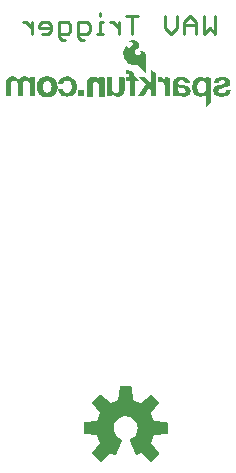
<source format=gbr>
G04 EAGLE Gerber RS-274X export*
G75*
%MOMM*%
%FSLAX34Y34*%
%LPD*%
%INSilkscreen Bottom*%
%IPPOS*%
%AMOC8*
5,1,8,0,0,1.08239X$1,22.5*%
G01*
%ADD10C,0.279400*%
%ADD11C,0.025400*%
%ADD12R,0.495300X0.485100*%

G36*
X339133Y4706D02*
X339133Y4706D01*
X339241Y4716D01*
X339254Y4722D01*
X339268Y4724D01*
X339365Y4772D01*
X339464Y4817D01*
X339477Y4828D01*
X339486Y4832D01*
X339501Y4848D01*
X339578Y4910D01*
X345610Y10942D01*
X345660Y11013D01*
X345665Y11018D01*
X345667Y11021D01*
X345673Y11030D01*
X345739Y11116D01*
X345744Y11129D01*
X345752Y11141D01*
X345783Y11244D01*
X345819Y11347D01*
X345819Y11361D01*
X345823Y11374D01*
X345819Y11482D01*
X345820Y11591D01*
X345815Y11604D01*
X345815Y11618D01*
X345777Y11720D01*
X345742Y11822D01*
X345733Y11837D01*
X345729Y11846D01*
X345715Y11863D01*
X345661Y11945D01*
X338807Y20351D01*
X339845Y22237D01*
X339853Y22259D01*
X339881Y22311D01*
X340898Y24767D01*
X340904Y24790D01*
X340926Y24845D01*
X341525Y26913D01*
X352315Y28010D01*
X352419Y28038D01*
X352525Y28063D01*
X352537Y28070D01*
X352550Y28073D01*
X352640Y28134D01*
X352733Y28191D01*
X352741Y28202D01*
X352753Y28210D01*
X352819Y28296D01*
X352888Y28380D01*
X352892Y28393D01*
X352901Y28404D01*
X352935Y28507D01*
X352974Y28608D01*
X352975Y28626D01*
X352979Y28635D01*
X352979Y28657D01*
X352988Y28755D01*
X352988Y37285D01*
X352971Y37392D01*
X352957Y37500D01*
X352951Y37512D01*
X352949Y37526D01*
X352897Y37622D01*
X352850Y37719D01*
X352840Y37729D01*
X352834Y37741D01*
X352754Y37815D01*
X352678Y37892D01*
X352666Y37898D01*
X352656Y37908D01*
X352557Y37953D01*
X352460Y38001D01*
X352442Y38005D01*
X352433Y38009D01*
X352412Y38011D01*
X352315Y38030D01*
X341525Y39127D01*
X340926Y41195D01*
X340915Y41216D01*
X340898Y41273D01*
X339881Y43729D01*
X339868Y43749D01*
X339845Y43803D01*
X338807Y45689D01*
X345661Y54095D01*
X345715Y54189D01*
X345772Y54281D01*
X345775Y54294D01*
X345782Y54306D01*
X345803Y54413D01*
X345828Y54518D01*
X345826Y54532D01*
X345829Y54546D01*
X345814Y54653D01*
X345804Y54761D01*
X345798Y54774D01*
X345796Y54788D01*
X345748Y54885D01*
X345703Y54984D01*
X345692Y54997D01*
X345688Y55006D01*
X345672Y55021D01*
X345610Y55098D01*
X339578Y61130D01*
X339490Y61193D01*
X339404Y61259D01*
X339391Y61264D01*
X339379Y61272D01*
X339276Y61303D01*
X339173Y61339D01*
X339159Y61339D01*
X339146Y61343D01*
X339038Y61339D01*
X338929Y61340D01*
X338916Y61335D01*
X338902Y61335D01*
X338800Y61297D01*
X338698Y61262D01*
X338683Y61253D01*
X338674Y61249D01*
X338657Y61235D01*
X338575Y61181D01*
X330169Y54327D01*
X328283Y55365D01*
X328261Y55373D01*
X328209Y55401D01*
X325753Y56418D01*
X325730Y56424D01*
X325675Y56446D01*
X323607Y57045D01*
X322510Y67835D01*
X322482Y67939D01*
X322457Y68045D01*
X322450Y68057D01*
X322447Y68070D01*
X322386Y68160D01*
X322329Y68253D01*
X322318Y68261D01*
X322310Y68273D01*
X322224Y68339D01*
X322140Y68408D01*
X322127Y68412D01*
X322116Y68421D01*
X322013Y68455D01*
X321912Y68494D01*
X321894Y68495D01*
X321885Y68499D01*
X321863Y68499D01*
X321765Y68508D01*
X313235Y68508D01*
X313128Y68491D01*
X313020Y68477D01*
X313008Y68471D01*
X312994Y68469D01*
X312898Y68417D01*
X312801Y68370D01*
X312791Y68360D01*
X312779Y68354D01*
X312705Y68274D01*
X312628Y68198D01*
X312622Y68186D01*
X312612Y68176D01*
X312567Y68077D01*
X312519Y67980D01*
X312515Y67962D01*
X312511Y67953D01*
X312509Y67932D01*
X312490Y67835D01*
X311393Y57045D01*
X309325Y56446D01*
X309304Y56435D01*
X309247Y56418D01*
X306791Y55401D01*
X306771Y55388D01*
X306717Y55365D01*
X304831Y54327D01*
X296425Y61181D01*
X296331Y61235D01*
X296239Y61292D01*
X296226Y61295D01*
X296214Y61302D01*
X296107Y61323D01*
X296002Y61348D01*
X295988Y61346D01*
X295974Y61349D01*
X295867Y61334D01*
X295759Y61324D01*
X295746Y61318D01*
X295733Y61316D01*
X295635Y61268D01*
X295536Y61223D01*
X295523Y61212D01*
X295514Y61208D01*
X295499Y61192D01*
X295422Y61130D01*
X289390Y55098D01*
X289327Y55010D01*
X289261Y54924D01*
X289256Y54911D01*
X289248Y54899D01*
X289217Y54796D01*
X289181Y54693D01*
X289181Y54679D01*
X289177Y54666D01*
X289181Y54558D01*
X289180Y54449D01*
X289185Y54436D01*
X289185Y54422D01*
X289223Y54320D01*
X289258Y54218D01*
X289267Y54203D01*
X289271Y54194D01*
X289285Y54177D01*
X289339Y54095D01*
X296193Y45689D01*
X295155Y43803D01*
X295147Y43781D01*
X295119Y43729D01*
X294102Y41273D01*
X294096Y41250D01*
X294074Y41195D01*
X293475Y39127D01*
X282685Y38030D01*
X282581Y38002D01*
X282475Y37977D01*
X282463Y37970D01*
X282450Y37967D01*
X282360Y37906D01*
X282267Y37849D01*
X282259Y37838D01*
X282247Y37830D01*
X282181Y37744D01*
X282113Y37660D01*
X282108Y37647D01*
X282099Y37636D01*
X282065Y37533D01*
X282026Y37432D01*
X282025Y37414D01*
X282021Y37405D01*
X282022Y37383D01*
X282012Y37285D01*
X282012Y28755D01*
X282029Y28648D01*
X282043Y28540D01*
X282049Y28528D01*
X282051Y28514D01*
X282103Y28418D01*
X282150Y28321D01*
X282160Y28311D01*
X282166Y28299D01*
X282246Y28225D01*
X282322Y28148D01*
X282334Y28142D01*
X282345Y28132D01*
X282443Y28087D01*
X282540Y28039D01*
X282558Y28035D01*
X282567Y28031D01*
X282588Y28029D01*
X282685Y28010D01*
X293475Y26913D01*
X294074Y24845D01*
X294085Y24824D01*
X294102Y24767D01*
X295119Y22311D01*
X295132Y22291D01*
X295155Y22237D01*
X296193Y20351D01*
X289339Y11945D01*
X289285Y11851D01*
X289228Y11759D01*
X289225Y11746D01*
X289218Y11734D01*
X289197Y11627D01*
X289172Y11522D01*
X289174Y11508D01*
X289171Y11494D01*
X289186Y11387D01*
X289196Y11279D01*
X289202Y11266D01*
X289204Y11253D01*
X289252Y11155D01*
X289297Y11056D01*
X289308Y11043D01*
X289312Y11034D01*
X289328Y11019D01*
X289390Y10942D01*
X295422Y4910D01*
X295510Y4847D01*
X295596Y4781D01*
X295609Y4776D01*
X295621Y4768D01*
X295724Y4737D01*
X295827Y4701D01*
X295841Y4701D01*
X295854Y4697D01*
X295962Y4701D01*
X296071Y4700D01*
X296084Y4705D01*
X296098Y4705D01*
X296200Y4743D01*
X296302Y4778D01*
X296317Y4787D01*
X296326Y4791D01*
X296343Y4805D01*
X296425Y4859D01*
X304825Y11708D01*
X306112Y10976D01*
X306131Y10969D01*
X306167Y10948D01*
X307976Y10109D01*
X308014Y10099D01*
X308050Y10080D01*
X308131Y10066D01*
X308211Y10044D01*
X308251Y10046D01*
X308290Y10040D01*
X308372Y10053D01*
X308455Y10058D01*
X308492Y10073D01*
X308531Y10079D01*
X308604Y10118D01*
X308681Y10149D01*
X308711Y10175D01*
X308747Y10194D01*
X308803Y10254D01*
X308866Y10308D01*
X308886Y10343D01*
X308914Y10372D01*
X308983Y10502D01*
X314006Y22628D01*
X314031Y22737D01*
X314060Y22844D01*
X314059Y22855D01*
X314062Y22866D01*
X314051Y22976D01*
X314043Y23088D01*
X314039Y23098D01*
X314038Y23109D01*
X313992Y23210D01*
X313949Y23313D01*
X313942Y23321D01*
X313937Y23331D01*
X313861Y23412D01*
X313788Y23496D01*
X313776Y23503D01*
X313770Y23509D01*
X313753Y23518D01*
X313664Y23577D01*
X311914Y24504D01*
X310422Y25696D01*
X309179Y27147D01*
X308229Y28804D01*
X307604Y30609D01*
X307328Y32499D01*
X307410Y34407D01*
X307846Y36267D01*
X308622Y38012D01*
X309711Y39582D01*
X311073Y40921D01*
X312661Y41982D01*
X314419Y42728D01*
X316286Y43133D01*
X318195Y43181D01*
X320080Y42873D01*
X321875Y42218D01*
X323515Y41239D01*
X324944Y39972D01*
X326111Y38460D01*
X326975Y36757D01*
X327506Y34922D01*
X327686Y33016D01*
X327542Y31314D01*
X327115Y29656D01*
X326415Y28093D01*
X326076Y27585D01*
X325575Y26836D01*
X325575Y26835D01*
X325464Y26669D01*
X324288Y25425D01*
X322920Y24396D01*
X321342Y23581D01*
X321250Y23512D01*
X321157Y23445D01*
X321152Y23439D01*
X321146Y23435D01*
X321081Y23340D01*
X321014Y23247D01*
X321012Y23240D01*
X321008Y23234D01*
X320977Y23123D01*
X320943Y23014D01*
X320943Y23006D01*
X320942Y22999D01*
X320947Y22885D01*
X320951Y22770D01*
X320954Y22761D01*
X320954Y22756D01*
X320960Y22741D01*
X320994Y22628D01*
X326017Y10502D01*
X326038Y10468D01*
X326051Y10431D01*
X326102Y10365D01*
X326146Y10295D01*
X326177Y10270D01*
X326201Y10238D01*
X326270Y10193D01*
X326334Y10140D01*
X326372Y10126D01*
X326405Y10104D01*
X326485Y10083D01*
X326563Y10054D01*
X326603Y10053D01*
X326641Y10043D01*
X326724Y10049D01*
X326806Y10046D01*
X326845Y10058D01*
X326885Y10061D01*
X327024Y10109D01*
X328833Y10948D01*
X328849Y10959D01*
X328888Y10976D01*
X330175Y11708D01*
X338575Y4859D01*
X338669Y4805D01*
X338761Y4748D01*
X338774Y4745D01*
X338786Y4738D01*
X338893Y4717D01*
X338998Y4692D01*
X339012Y4694D01*
X339026Y4691D01*
X339133Y4706D01*
G37*
G36*
X334334Y333547D02*
X334334Y333547D01*
X334376Y333562D01*
X334378Y333567D01*
X334382Y333569D01*
X334411Y333642D01*
X334415Y333653D01*
X334415Y333654D01*
X334415Y348818D01*
X334413Y348823D01*
X334415Y348829D01*
X334345Y349660D01*
X334339Y349671D01*
X334340Y349686D01*
X334100Y350485D01*
X334092Y350495D01*
X334090Y350509D01*
X333689Y351241D01*
X333679Y351249D01*
X333674Y351262D01*
X333204Y351812D01*
X333193Y351817D01*
X333186Y351829D01*
X332616Y352274D01*
X332604Y352277D01*
X332594Y352287D01*
X331946Y352608D01*
X331934Y352609D01*
X331922Y352617D01*
X331223Y352801D01*
X331212Y352800D01*
X331201Y352805D01*
X330261Y352878D01*
X330252Y352875D01*
X330241Y352878D01*
X329301Y352805D01*
X329297Y352803D01*
X329291Y352804D01*
X328808Y352728D01*
X328769Y352703D01*
X328729Y352682D01*
X328728Y352678D01*
X328725Y352676D01*
X328715Y352631D01*
X328703Y352587D01*
X328705Y352583D01*
X328704Y352579D01*
X328729Y352541D01*
X328753Y352502D01*
X328757Y352501D01*
X328759Y352498D01*
X328800Y352489D01*
X328840Y352477D01*
X328998Y352493D01*
X329136Y352465D01*
X329269Y352394D01*
X330093Y351795D01*
X330211Y351681D01*
X330283Y351543D01*
X330376Y351128D01*
X330376Y350700D01*
X330283Y350284D01*
X330077Y349880D01*
X329764Y349552D01*
X329158Y349187D01*
X328480Y348980D01*
X327769Y348945D01*
X327159Y349042D01*
X326573Y349240D01*
X326030Y349533D01*
X325605Y349898D01*
X325290Y350358D01*
X325104Y350883D01*
X325061Y351439D01*
X325163Y351987D01*
X325403Y352490D01*
X325773Y352925D01*
X325971Y353135D01*
X326566Y353766D01*
X327161Y354397D01*
X327226Y354466D01*
X327229Y354476D01*
X327238Y354482D01*
X328425Y356240D01*
X328427Y356253D01*
X328437Y356263D01*
X328717Y356951D01*
X328716Y356966D01*
X328725Y356981D01*
X328824Y357716D01*
X328820Y357731D01*
X328825Y357748D01*
X328738Y358485D01*
X328730Y358498D01*
X328730Y358516D01*
X328463Y359208D01*
X328452Y359219D01*
X328448Y359236D01*
X328017Y359839D01*
X328007Y359846D01*
X328001Y359858D01*
X327305Y360516D01*
X327297Y360519D01*
X327292Y360527D01*
X326515Y361087D01*
X326505Y361090D01*
X326497Y361098D01*
X325717Y361486D01*
X325705Y361487D01*
X325694Y361495D01*
X324854Y361726D01*
X324842Y361725D01*
X324830Y361731D01*
X323962Y361797D01*
X323952Y361793D01*
X323940Y361797D01*
X323040Y361711D01*
X323031Y361707D01*
X323021Y361708D01*
X322143Y361488D01*
X322135Y361482D01*
X322123Y361481D01*
X321895Y361380D01*
X321539Y361228D01*
X321538Y361228D01*
X321034Y361007D01*
X321024Y360996D01*
X321007Y360991D01*
X320572Y360653D01*
X320569Y360646D01*
X320561Y360642D01*
X320536Y360617D01*
X320533Y360616D01*
X320498Y360524D01*
X320539Y360435D01*
X320624Y360402D01*
X321227Y360402D01*
X321738Y360345D01*
X322228Y360206D01*
X322709Y359951D01*
X323104Y359581D01*
X323390Y359121D01*
X323547Y358602D01*
X323559Y358299D01*
X323500Y357999D01*
X323294Y357505D01*
X323011Y357047D01*
X322660Y356637D01*
X322248Y356283D01*
X321346Y355632D01*
X320858Y355383D01*
X320329Y355285D01*
X319790Y355343D01*
X319616Y355408D01*
X319255Y355657D01*
X318981Y355996D01*
X318937Y356099D01*
X318921Y356219D01*
X318921Y357099D01*
X318904Y357140D01*
X318890Y357182D01*
X318885Y357185D01*
X318883Y357190D01*
X318842Y357206D01*
X318802Y357225D01*
X318796Y357223D01*
X318791Y357225D01*
X318764Y357213D01*
X318715Y357197D01*
X317589Y356276D01*
X317583Y356264D01*
X317571Y356257D01*
X316664Y355120D01*
X316661Y355109D01*
X316652Y355101D01*
X316150Y354167D01*
X316149Y354157D01*
X316143Y354149D01*
X315785Y353152D01*
X315785Y353142D01*
X315780Y353133D01*
X315573Y352094D01*
X315575Y352084D01*
X315574Y352082D01*
X315575Y352082D01*
X315571Y352073D01*
X315511Y350145D01*
X315515Y350134D01*
X315512Y350122D01*
X315800Y348215D01*
X315806Y348205D01*
X315806Y348193D01*
X316434Y346369D01*
X316441Y346360D01*
X316443Y346348D01*
X317390Y344667D01*
X317398Y344661D01*
X317401Y344650D01*
X318286Y343543D01*
X318293Y343540D01*
X318295Y343534D01*
X318296Y343534D01*
X318298Y343530D01*
X319329Y342558D01*
X319337Y342555D01*
X319343Y342547D01*
X320500Y341730D01*
X320510Y341728D01*
X320518Y341720D01*
X321748Y341120D01*
X321759Y341119D01*
X321769Y341111D01*
X323088Y340743D01*
X323099Y340745D01*
X323110Y340739D01*
X324474Y340615D01*
X324479Y340617D01*
X324485Y340615D01*
X326760Y340615D01*
X327128Y340550D01*
X327479Y340423D01*
X328469Y339834D01*
X329323Y339052D01*
X334195Y333570D01*
X334199Y333568D01*
X334201Y333563D01*
X334243Y333547D01*
X334284Y333528D01*
X334288Y333530D01*
X334293Y333528D01*
X334334Y333547D01*
G37*
G36*
X385701Y304853D02*
X385701Y304853D01*
X385703Y304852D01*
X385724Y304861D01*
X385784Y304884D01*
X389924Y308618D01*
X389926Y308624D01*
X389932Y308627D01*
X389956Y308687D01*
X389965Y308708D01*
X389964Y308710D01*
X389965Y308712D01*
X389965Y329286D01*
X389950Y329323D01*
X389940Y329362D01*
X389931Y329368D01*
X389927Y329377D01*
X389899Y329388D01*
X389863Y329410D01*
X385977Y330146D01*
X385962Y330143D01*
X385947Y330148D01*
X385915Y330133D01*
X385880Y330125D01*
X385872Y330112D01*
X385859Y330106D01*
X385844Y330067D01*
X385828Y330042D01*
X385831Y330031D01*
X385827Y330020D01*
X385851Y328103D01*
X385717Y328252D01*
X385716Y328253D01*
X385716Y328254D01*
X384827Y329219D01*
X384821Y329221D01*
X384817Y329228D01*
X384474Y329529D01*
X384463Y329533D01*
X384455Y329543D01*
X384061Y329776D01*
X384052Y329777D01*
X384044Y329784D01*
X382723Y330317D01*
X382712Y330317D01*
X382702Y330324D01*
X382220Y330426D01*
X382208Y330423D01*
X382196Y330428D01*
X380215Y330453D01*
X380204Y330449D01*
X380192Y330451D01*
X379107Y330268D01*
X379097Y330261D01*
X379083Y330261D01*
X378058Y329861D01*
X378051Y329853D01*
X378039Y329851D01*
X377137Y329310D01*
X377132Y329304D01*
X377123Y329301D01*
X376299Y328648D01*
X376293Y328638D01*
X376283Y328633D01*
X375491Y327743D01*
X375487Y327730D01*
X375475Y327721D01*
X374896Y326680D01*
X374894Y326668D01*
X374886Y326657D01*
X374212Y324544D01*
X374213Y324533D01*
X374207Y324522D01*
X373924Y322322D01*
X373927Y322311D01*
X373923Y322299D01*
X374041Y320084D01*
X374046Y320074D01*
X374044Y320062D01*
X374367Y318686D01*
X374374Y318677D01*
X374374Y318665D01*
X374930Y317365D01*
X374938Y317357D01*
X374940Y317346D01*
X375712Y316161D01*
X375721Y316155D01*
X375726Y316144D01*
X376383Y315437D01*
X376393Y315433D01*
X376399Y315423D01*
X377167Y314838D01*
X377178Y314836D01*
X377185Y314827D01*
X378041Y314381D01*
X378052Y314380D01*
X378061Y314372D01*
X378980Y314078D01*
X378990Y314079D01*
X379000Y314073D01*
X380212Y313884D01*
X380221Y313886D01*
X380230Y313883D01*
X381457Y313866D01*
X381465Y313869D01*
X381475Y313867D01*
X382692Y314022D01*
X382702Y314027D01*
X382714Y314027D01*
X383558Y314291D01*
X383568Y314299D01*
X383583Y314302D01*
X384352Y314739D01*
X384360Y314749D01*
X384374Y314754D01*
X385034Y315344D01*
X385040Y315356D01*
X385052Y315364D01*
X385572Y316080D01*
X385573Y316082D01*
X385573Y304978D01*
X385591Y304934D01*
X385608Y304891D01*
X385610Y304890D01*
X385611Y304887D01*
X385655Y304870D01*
X385699Y304852D01*
X385701Y304853D01*
G37*
G36*
X220271Y314200D02*
X220271Y314200D01*
X220273Y314199D01*
X220316Y314219D01*
X220360Y314237D01*
X220360Y314239D01*
X220362Y314240D01*
X220395Y314325D01*
X220395Y324604D01*
X220502Y325484D01*
X220814Y326306D01*
X221075Y326690D01*
X221418Y327003D01*
X221824Y327229D01*
X222272Y327357D01*
X223176Y327425D01*
X224079Y327333D01*
X224489Y327207D01*
X224861Y326997D01*
X224876Y326983D01*
X225017Y326857D01*
X225157Y326730D01*
X225179Y326711D01*
X225564Y326183D01*
X225837Y325588D01*
X225986Y324949D01*
X226061Y323846D01*
X226061Y314325D01*
X226062Y314323D01*
X226061Y314321D01*
X226081Y314278D01*
X226099Y314234D01*
X226101Y314234D01*
X226102Y314232D01*
X226187Y314199D01*
X230505Y314199D01*
X230507Y314200D01*
X230509Y314199D01*
X230552Y314219D01*
X230596Y314237D01*
X230596Y314239D01*
X230598Y314240D01*
X230631Y314325D01*
X230631Y324884D01*
X230711Y325547D01*
X230942Y326166D01*
X231312Y326713D01*
X231659Y327031D01*
X232068Y327264D01*
X232518Y327400D01*
X232995Y327432D01*
X233843Y327382D01*
X234283Y327300D01*
X234687Y327122D01*
X235042Y326856D01*
X235861Y325912D01*
X236145Y325374D01*
X236276Y324783D01*
X236246Y324161D01*
X236247Y324158D01*
X236246Y324155D01*
X236246Y314350D01*
X236247Y314348D01*
X236246Y314346D01*
X236266Y314303D01*
X236284Y314259D01*
X236286Y314259D01*
X236287Y314257D01*
X236372Y314224D01*
X240690Y314224D01*
X240692Y314225D01*
X240694Y314224D01*
X240737Y314244D01*
X240781Y314262D01*
X240781Y314264D01*
X240783Y314265D01*
X240816Y314350D01*
X240816Y330403D01*
X240815Y330405D01*
X240816Y330407D01*
X240796Y330450D01*
X240778Y330494D01*
X240776Y330494D01*
X240775Y330496D01*
X240690Y330529D01*
X236703Y330529D01*
X236701Y330528D01*
X236699Y330529D01*
X236656Y330509D01*
X236612Y330491D01*
X236612Y330489D01*
X236610Y330488D01*
X236577Y330403D01*
X236577Y328350D01*
X236546Y328357D01*
X236244Y328753D01*
X236238Y328756D01*
X236235Y328764D01*
X235473Y329551D01*
X235465Y329554D01*
X235461Y329561D01*
X234699Y330173D01*
X234685Y330177D01*
X234673Y330190D01*
X233783Y330594D01*
X233771Y330594D01*
X233760Y330602D01*
X232668Y330856D01*
X232659Y330855D01*
X232651Y330859D01*
X231279Y330986D01*
X231269Y330983D01*
X231258Y330986D01*
X230301Y330917D01*
X230290Y330911D01*
X230276Y330912D01*
X229353Y330652D01*
X229343Y330644D01*
X229330Y330642D01*
X228540Y330239D01*
X228532Y330230D01*
X228519Y330226D01*
X227821Y329680D01*
X227815Y329669D01*
X227803Y329663D01*
X227221Y328994D01*
X227218Y328982D01*
X227207Y328974D01*
X226827Y328316D01*
X226785Y328358D01*
X226330Y328839D01*
X226327Y328840D01*
X226326Y328843D01*
X225538Y329602D01*
X225529Y329605D01*
X225524Y329614D01*
X224635Y330252D01*
X224624Y330254D01*
X224616Y330262D01*
X223811Y330656D01*
X223799Y330656D01*
X223788Y330664D01*
X222923Y330896D01*
X222911Y330894D01*
X222899Y330900D01*
X222005Y330961D01*
X221996Y330958D01*
X221985Y330961D01*
X220706Y330854D01*
X220699Y330850D01*
X220692Y330852D01*
X219432Y330603D01*
X219423Y330597D01*
X219411Y330597D01*
X218545Y330271D01*
X218535Y330261D01*
X218520Y330258D01*
X217746Y329751D01*
X217739Y329739D01*
X217725Y329733D01*
X217079Y329069D01*
X217076Y329059D01*
X217072Y329058D01*
X217071Y329054D01*
X217063Y329048D01*
X216475Y328109D01*
X216473Y328096D01*
X216463Y328086D01*
X216077Y327047D01*
X216078Y327034D01*
X216071Y327022D01*
X215902Y325926D01*
X215905Y325917D01*
X215901Y325907D01*
X215901Y314325D01*
X215902Y314323D01*
X215901Y314321D01*
X215921Y314278D01*
X215939Y314234D01*
X215941Y314234D01*
X215942Y314232D01*
X216027Y314199D01*
X220269Y314199D01*
X220271Y314200D01*
G37*
G36*
X368151Y313869D02*
X368151Y313869D01*
X368162Y313874D01*
X368176Y313872D01*
X369548Y314180D01*
X369559Y314188D01*
X369574Y314189D01*
X370843Y314795D01*
X370852Y314805D01*
X370866Y314809D01*
X371314Y315151D01*
X371320Y315161D01*
X371332Y315167D01*
X371709Y315587D01*
X371713Y315598D01*
X371723Y315606D01*
X372015Y316089D01*
X372017Y316100D01*
X372025Y316110D01*
X372398Y317103D01*
X372398Y317114D01*
X372404Y317125D01*
X372593Y318169D01*
X372590Y318180D01*
X372595Y318192D01*
X372592Y319253D01*
X372589Y319260D01*
X372591Y319263D01*
X372588Y319270D01*
X372589Y319280D01*
X372383Y320221D01*
X372374Y320233D01*
X372373Y320250D01*
X371944Y321112D01*
X371934Y321121D01*
X371929Y321136D01*
X371431Y321745D01*
X371426Y321748D01*
X371424Y321752D01*
X371418Y321754D01*
X371413Y321763D01*
X370803Y322261D01*
X370791Y322264D01*
X370782Y322275D01*
X370086Y322641D01*
X370075Y322642D01*
X370066Y322649D01*
X368581Y323133D01*
X368573Y323132D01*
X368564Y323137D01*
X367027Y323415D01*
X367023Y323414D01*
X367018Y323417D01*
X364812Y323645D01*
X363506Y323871D01*
X363037Y324036D01*
X362609Y324282D01*
X362325Y324543D01*
X362265Y324630D01*
X362223Y324727D01*
X362112Y325248D01*
X362112Y325779D01*
X362223Y326300D01*
X362362Y326614D01*
X362561Y326893D01*
X362814Y327127D01*
X363128Y327320D01*
X363474Y327448D01*
X363843Y327509D01*
X365198Y327559D01*
X365785Y327505D01*
X366346Y327340D01*
X366810Y327085D01*
X367200Y326729D01*
X367495Y326291D01*
X367679Y325796D01*
X367742Y325265D01*
X367742Y325222D01*
X367743Y325220D01*
X367742Y325218D01*
X367762Y325175D01*
X367780Y325131D01*
X367782Y325131D01*
X367783Y325129D01*
X367868Y325096D01*
X372009Y325096D01*
X372010Y325094D01*
X372052Y325084D01*
X372094Y325070D01*
X372100Y325073D01*
X372106Y325072D01*
X372131Y325088D01*
X372176Y325109D01*
X372201Y325134D01*
X372201Y325135D01*
X372217Y325177D01*
X372236Y325226D01*
X372236Y325227D01*
X372216Y325269D01*
X372197Y325312D01*
X372075Y326203D01*
X372069Y326214D01*
X372069Y326229D01*
X371735Y327170D01*
X371726Y327180D01*
X371723Y327194D01*
X371204Y328047D01*
X371193Y328055D01*
X371188Y328068D01*
X370505Y328798D01*
X370493Y328803D01*
X370485Y328815D01*
X369668Y329389D01*
X369656Y329392D01*
X369647Y329401D01*
X368489Y329930D01*
X368479Y329930D01*
X368470Y329937D01*
X367241Y330271D01*
X367232Y330270D01*
X367223Y330274D01*
X365483Y330488D01*
X365475Y330485D01*
X365467Y330488D01*
X363713Y330480D01*
X363706Y330477D01*
X363697Y330479D01*
X361958Y330249D01*
X361950Y330244D01*
X361939Y330245D01*
X360525Y329820D01*
X360516Y329812D01*
X360502Y329811D01*
X359199Y329117D01*
X359190Y329107D01*
X359176Y329102D01*
X358614Y328619D01*
X358607Y328605D01*
X358593Y328596D01*
X358166Y327991D01*
X358163Y327976D01*
X358151Y327964D01*
X357884Y327273D01*
X357885Y327258D01*
X357877Y327243D01*
X357786Y326508D01*
X357788Y326500D01*
X357785Y326492D01*
X357785Y321666D01*
X357786Y321664D01*
X357785Y321662D01*
X357792Y321647D01*
X357760Y321563D01*
X357785Y317225D01*
X357683Y315888D01*
X357334Y314593D01*
X357260Y314394D01*
X357261Y314369D01*
X357252Y314346D01*
X357263Y314322D01*
X357264Y314296D01*
X357283Y314279D01*
X357293Y314257D01*
X357320Y314246D01*
X357338Y314230D01*
X357357Y314232D01*
X357378Y314224D01*
X361412Y314224D01*
X361448Y314221D01*
X361476Y314230D01*
X361516Y314234D01*
X361553Y314253D01*
X361572Y314275D01*
X361604Y314299D01*
X361626Y314335D01*
X361628Y314352D01*
X361640Y314368D01*
X361716Y314648D01*
X361715Y314651D01*
X361717Y314654D01*
X361944Y315683D01*
X361954Y315706D01*
X361960Y315712D01*
X361968Y315714D01*
X361977Y315713D01*
X362001Y315697D01*
X362828Y314994D01*
X362839Y314990D01*
X362848Y314980D01*
X363799Y314440D01*
X363810Y314439D01*
X363820Y314431D01*
X364855Y314078D01*
X364867Y314079D01*
X364877Y314073D01*
X366495Y313832D01*
X366505Y313835D01*
X366516Y313831D01*
X368151Y313869D01*
G37*
G36*
X343284Y314098D02*
X343284Y314098D01*
X343287Y314097D01*
X343370Y314134D01*
X343421Y314185D01*
X343423Y314188D01*
X343425Y314189D01*
X343458Y314274D01*
X343458Y333604D01*
X343450Y333623D01*
X343452Y333643D01*
X343431Y333670D01*
X343420Y333695D01*
X343406Y333700D01*
X343395Y333714D01*
X339255Y336076D01*
X339220Y336080D01*
X339188Y336092D01*
X339173Y336085D01*
X339157Y336087D01*
X339130Y336065D01*
X339099Y336051D01*
X339092Y336035D01*
X339080Y336025D01*
X339078Y335998D01*
X339066Y335966D01*
X339066Y324536D01*
X333591Y330010D01*
X333588Y330012D01*
X333587Y330014D01*
X333502Y330047D01*
X328828Y330047D01*
X328826Y330047D01*
X328825Y330047D01*
X328781Y330027D01*
X328737Y330009D01*
X328737Y330007D01*
X328735Y330006D01*
X328719Y329962D01*
X328702Y329917D01*
X328703Y329915D01*
X328702Y329914D01*
X328740Y329831D01*
X334431Y324265D01*
X327834Y314370D01*
X327827Y314332D01*
X327813Y314295D01*
X327818Y314285D01*
X327816Y314273D01*
X327838Y314242D01*
X327855Y314206D01*
X327866Y314202D01*
X327872Y314193D01*
X327902Y314188D01*
X327940Y314174D01*
X333020Y314199D01*
X333037Y314206D01*
X333055Y314204D01*
X333084Y314226D01*
X333110Y314238D01*
X333115Y314250D01*
X333127Y314260D01*
X337360Y321238D01*
X339015Y319631D01*
X339015Y314223D01*
X339016Y314221D01*
X339015Y314219D01*
X339035Y314176D01*
X339053Y314132D01*
X339055Y314132D01*
X339056Y314130D01*
X339141Y314097D01*
X343281Y314097D01*
X343284Y314098D01*
G37*
G36*
X311716Y313797D02*
X311716Y313797D01*
X311727Y313794D01*
X312760Y313941D01*
X312771Y313947D01*
X312784Y313947D01*
X313770Y314290D01*
X313779Y314298D01*
X313792Y314300D01*
X314694Y314826D01*
X314701Y314836D01*
X314714Y314841D01*
X314968Y315069D01*
X314974Y315080D01*
X314985Y315088D01*
X315646Y315973D01*
X315648Y315984D01*
X315658Y315993D01*
X316146Y316983D01*
X316146Y316995D01*
X316154Y317005D01*
X316454Y318068D01*
X316452Y318079D01*
X316458Y318091D01*
X316559Y319190D01*
X316557Y319196D01*
X316559Y319202D01*
X316559Y329997D01*
X316558Y329999D01*
X316559Y330001D01*
X316539Y330044D01*
X316521Y330088D01*
X316519Y330088D01*
X316518Y330090D01*
X316433Y330123D01*
X312293Y330123D01*
X312291Y330122D01*
X312289Y330123D01*
X312246Y330103D01*
X312202Y330085D01*
X312202Y330083D01*
X312200Y330082D01*
X312167Y329997D01*
X312167Y320000D01*
X312018Y319170D01*
X311675Y318402D01*
X311403Y318040D01*
X311062Y317739D01*
X310667Y317514D01*
X309978Y317291D01*
X309259Y317211D01*
X308538Y317278D01*
X307847Y317490D01*
X307337Y317778D01*
X306906Y318175D01*
X306579Y318660D01*
X306370Y319210D01*
X306145Y320414D01*
X306069Y321644D01*
X306069Y329946D01*
X306068Y329948D01*
X306069Y329950D01*
X306049Y329993D01*
X306031Y330037D01*
X306029Y330037D01*
X306028Y330039D01*
X305943Y330072D01*
X301727Y330072D01*
X301725Y330071D01*
X301723Y330072D01*
X301680Y330052D01*
X301636Y330034D01*
X301636Y330032D01*
X301634Y330031D01*
X301601Y329946D01*
X301601Y314325D01*
X301602Y314323D01*
X301601Y314321D01*
X301621Y314278D01*
X301639Y314234D01*
X301641Y314234D01*
X301642Y314232D01*
X301727Y314199D01*
X305740Y314199D01*
X305742Y314200D01*
X305744Y314199D01*
X305787Y314219D01*
X305831Y314237D01*
X305831Y314239D01*
X305833Y314240D01*
X305866Y314325D01*
X305866Y316382D01*
X306373Y315741D01*
X306381Y315737D01*
X306385Y315728D01*
X307212Y314943D01*
X307221Y314940D01*
X307226Y314932D01*
X308156Y314273D01*
X308165Y314271D01*
X308173Y314263D01*
X308418Y314141D01*
X308429Y314140D01*
X308438Y314133D01*
X308700Y314052D01*
X308709Y314053D01*
X308718Y314048D01*
X310196Y313825D01*
X310204Y313827D01*
X310212Y313823D01*
X311706Y313793D01*
X311716Y313797D01*
G37*
G36*
X299239Y314124D02*
X299239Y314124D01*
X299241Y314123D01*
X299284Y314143D01*
X299328Y314161D01*
X299328Y314163D01*
X299330Y314164D01*
X299363Y314249D01*
X299363Y329971D01*
X299362Y329973D01*
X299363Y329975D01*
X299343Y330018D01*
X299325Y330062D01*
X299323Y330062D01*
X299322Y330064D01*
X299237Y330097D01*
X295199Y330097D01*
X295197Y330096D01*
X295195Y330097D01*
X295152Y330077D01*
X295108Y330059D01*
X295108Y330057D01*
X295106Y330056D01*
X295073Y329971D01*
X295073Y327903D01*
X295031Y327932D01*
X294917Y328068D01*
X294640Y328446D01*
X294636Y328448D01*
X294634Y328453D01*
X294232Y328926D01*
X294225Y328930D01*
X294221Y328938D01*
X294026Y329114D01*
X293886Y329240D01*
X293760Y329354D01*
X293750Y329357D01*
X293742Y329367D01*
X292844Y329934D01*
X292831Y329937D01*
X292820Y329946D01*
X291824Y330315D01*
X291811Y330315D01*
X291798Y330322D01*
X290746Y330477D01*
X290736Y330474D01*
X290725Y330478D01*
X288719Y330428D01*
X288709Y330424D01*
X288696Y330426D01*
X287719Y330220D01*
X287707Y330212D01*
X287691Y330211D01*
X286786Y329789D01*
X286777Y329778D01*
X286762Y329774D01*
X285977Y329156D01*
X285971Y329145D01*
X285959Y329139D01*
X285470Y328564D01*
X285467Y328553D01*
X285457Y328546D01*
X285073Y327897D01*
X285071Y327886D01*
X285063Y327877D01*
X284794Y327172D01*
X284794Y327163D01*
X284789Y327154D01*
X284549Y326047D01*
X284551Y326038D01*
X284547Y326030D01*
X284456Y324901D01*
X284458Y324896D01*
X284456Y324891D01*
X284456Y314350D01*
X284457Y314348D01*
X284456Y314346D01*
X284476Y314303D01*
X284494Y314259D01*
X284496Y314259D01*
X284497Y314257D01*
X284582Y314224D01*
X288671Y314224D01*
X288673Y314225D01*
X288675Y314224D01*
X288718Y314244D01*
X288762Y314262D01*
X288762Y314264D01*
X288764Y314265D01*
X288797Y314350D01*
X288797Y323996D01*
X288862Y324714D01*
X289053Y325402D01*
X289363Y326044D01*
X289659Y326431D01*
X290033Y326740D01*
X290468Y326957D01*
X290768Y327034D01*
X291084Y327051D01*
X292189Y327001D01*
X292745Y326914D01*
X293261Y326710D01*
X293718Y326396D01*
X294235Y325827D01*
X294598Y325148D01*
X294815Y324398D01*
X294895Y323615D01*
X294895Y314249D01*
X294896Y314247D01*
X294895Y314245D01*
X294915Y314202D01*
X294933Y314158D01*
X294935Y314158D01*
X294936Y314156D01*
X295021Y314123D01*
X299237Y314123D01*
X299239Y314124D01*
G37*
G36*
X250953Y314052D02*
X250953Y314052D01*
X250969Y314048D01*
X253966Y314454D01*
X253987Y314466D01*
X254016Y314472D01*
X256861Y316250D01*
X256875Y316271D01*
X256900Y316289D01*
X258500Y318778D01*
X258504Y318801D01*
X258519Y318826D01*
X259129Y322712D01*
X259123Y322734D01*
X259127Y322760D01*
X258314Y326316D01*
X258299Y326337D01*
X258290Y326366D01*
X256156Y329084D01*
X256134Y329096D01*
X256113Y329119D01*
X252735Y330796D01*
X252715Y330797D01*
X252694Y330808D01*
X251221Y330985D01*
X251214Y330983D01*
X251206Y330986D01*
X251155Y330986D01*
X251135Y330978D01*
X251109Y330977D01*
X250982Y330927D01*
X250961Y330907D01*
X250935Y330895D01*
X250926Y330873D01*
X250911Y330859D01*
X250912Y330835D01*
X250902Y330810D01*
X250902Y327889D01*
X250919Y327849D01*
X250931Y327808D01*
X250938Y327804D01*
X250940Y327798D01*
X250968Y327787D01*
X251011Y327764D01*
X252106Y327614D01*
X253254Y326979D01*
X254042Y325895D01*
X254438Y325006D01*
X254712Y323532D01*
X254763Y321673D01*
X254588Y320425D01*
X254213Y319276D01*
X253675Y318249D01*
X252027Y317241D01*
X250279Y317019D01*
X248528Y317611D01*
X248458Y317675D01*
X248180Y317928D01*
X247902Y318180D01*
X247763Y318306D01*
X247486Y318559D01*
X247485Y318559D01*
X247449Y318592D01*
X246906Y319802D01*
X246531Y321350D01*
X246531Y322775D01*
X246782Y324704D01*
X247526Y326316D01*
X248360Y327125D01*
X249313Y327638D01*
X250500Y327737D01*
X250596Y327737D01*
X250599Y327738D01*
X250602Y327737D01*
X250644Y327757D01*
X250687Y327775D01*
X250688Y327778D01*
X250691Y327780D01*
X250722Y327865D01*
X250696Y329453D01*
X250693Y329579D01*
X250693Y329580D01*
X250691Y329706D01*
X250689Y329832D01*
X250687Y329958D01*
X250685Y330084D01*
X250685Y330085D01*
X250683Y330211D01*
X250681Y330337D01*
X250679Y330463D01*
X250676Y330589D01*
X250676Y330590D01*
X250674Y330716D01*
X250672Y330837D01*
X250668Y330846D01*
X250671Y330855D01*
X250649Y330890D01*
X250632Y330927D01*
X250624Y330930D01*
X250619Y330938D01*
X250567Y330951D01*
X250540Y330961D01*
X250535Y330959D01*
X250530Y330960D01*
X248523Y330706D01*
X248512Y330700D01*
X248498Y330700D01*
X246872Y330141D01*
X246860Y330130D01*
X246841Y330126D01*
X244860Y328755D01*
X244852Y328742D01*
X244836Y328733D01*
X243744Y327463D01*
X243739Y327447D01*
X243725Y327432D01*
X242684Y325095D01*
X242683Y325078D01*
X242674Y325060D01*
X242394Y322875D01*
X242398Y322860D01*
X242394Y322844D01*
X242648Y320736D01*
X242652Y320728D01*
X242651Y320717D01*
X243337Y318253D01*
X243348Y318239D01*
X243352Y318220D01*
X244165Y316925D01*
X244177Y316916D01*
X244185Y316901D01*
X245379Y315758D01*
X245388Y315754D01*
X245393Y315746D01*
X246510Y314959D01*
X246527Y314955D01*
X246542Y314943D01*
X248396Y314308D01*
X248410Y314309D01*
X248424Y314301D01*
X250939Y314047D01*
X250953Y314052D01*
G37*
G36*
X398934Y313845D02*
X398934Y313845D01*
X398941Y313843D01*
X401507Y314021D01*
X401516Y314026D01*
X401526Y314024D01*
X402447Y314236D01*
X402458Y314244D01*
X402472Y314245D01*
X403329Y314642D01*
X403335Y314649D01*
X403344Y314651D01*
X404538Y315413D01*
X404543Y315419D01*
X404551Y315422D01*
X405066Y315853D01*
X405071Y315864D01*
X405083Y315870D01*
X405503Y316394D01*
X405507Y316405D01*
X405517Y316414D01*
X405826Y317010D01*
X405827Y317019D01*
X405834Y317027D01*
X406266Y318297D01*
X406265Y318307D01*
X406270Y318316D01*
X406372Y318900D01*
X406371Y318907D01*
X406374Y318913D01*
X406399Y319269D01*
X406398Y319273D01*
X406399Y319276D01*
X406398Y319278D01*
X406399Y319282D01*
X406387Y319308D01*
X406384Y319338D01*
X406383Y319339D01*
X406383Y319340D01*
X406372Y319349D01*
X406367Y319362D01*
X406361Y319365D01*
X406358Y319371D01*
X406328Y319383D01*
X406308Y319399D01*
X406306Y319399D01*
X406305Y319400D01*
X406290Y319399D01*
X406278Y319404D01*
X406276Y319403D01*
X406273Y319404D01*
X402412Y319404D01*
X402410Y319403D01*
X402408Y319404D01*
X402365Y319384D01*
X402321Y319366D01*
X402321Y319364D01*
X402319Y319363D01*
X402286Y319278D01*
X402286Y319231D01*
X402257Y318734D01*
X402111Y318272D01*
X401855Y317858D01*
X401751Y317753D01*
X401625Y317627D01*
X401413Y317415D01*
X400886Y317078D01*
X400299Y316861D01*
X399737Y316788D01*
X398407Y316788D01*
X397804Y316862D01*
X397237Y317059D01*
X396724Y317371D01*
X396437Y317655D01*
X396228Y318000D01*
X396111Y318385D01*
X396094Y318789D01*
X396179Y319184D01*
X396360Y319546D01*
X396625Y319850D01*
X396961Y320081D01*
X398068Y320551D01*
X399242Y320857D01*
X402873Y321720D01*
X402880Y321725D01*
X402889Y321725D01*
X403697Y322031D01*
X403704Y322037D01*
X403714Y322039D01*
X404465Y322466D01*
X404471Y322473D01*
X404481Y322477D01*
X405158Y323014D01*
X405163Y323024D01*
X405174Y323030D01*
X405511Y323415D01*
X405515Y323428D01*
X405526Y323437D01*
X405775Y323884D01*
X405776Y323897D01*
X405785Y323908D01*
X405937Y324397D01*
X405935Y324409D01*
X405942Y324422D01*
X406047Y325558D01*
X406044Y325571D01*
X406047Y325584D01*
X405918Y326718D01*
X405912Y326729D01*
X405913Y326743D01*
X405555Y327827D01*
X405547Y327836D01*
X405545Y327850D01*
X405246Y328372D01*
X405236Y328379D01*
X405231Y328392D01*
X404837Y328847D01*
X404826Y328852D01*
X404819Y328864D01*
X404343Y329233D01*
X404332Y329236D01*
X404323Y329245D01*
X403042Y329899D01*
X403031Y329900D01*
X403021Y329907D01*
X401643Y330318D01*
X401632Y330317D01*
X401620Y330323D01*
X400191Y330478D01*
X400184Y330476D01*
X400177Y330478D01*
X398374Y330478D01*
X398368Y330476D01*
X398361Y330478D01*
X396968Y330338D01*
X396959Y330333D01*
X396948Y330334D01*
X395597Y329966D01*
X395588Y329959D01*
X395574Y329957D01*
X394477Y329419D01*
X394468Y329409D01*
X394454Y329405D01*
X393495Y328648D01*
X393489Y328638D01*
X393478Y328633D01*
X393130Y328237D01*
X393128Y328232D01*
X393127Y328232D01*
X393126Y328228D01*
X393118Y328222D01*
X392832Y327780D01*
X392830Y327770D01*
X392823Y327763D01*
X392467Y326975D01*
X392467Y326970D01*
X392463Y326966D01*
X392260Y326408D01*
X392262Y326384D01*
X392257Y326372D01*
X392260Y326365D01*
X392255Y326340D01*
X392264Y326326D01*
X392255Y326314D01*
X392257Y326308D01*
X392253Y326301D01*
X392177Y325590D01*
X392179Y325584D01*
X392178Y325580D01*
X392179Y325578D01*
X392177Y325573D01*
X392194Y325536D01*
X392206Y325496D01*
X392214Y325492D01*
X392218Y325484D01*
X392268Y325464D01*
X392294Y325451D01*
X392298Y325453D01*
X392303Y325451D01*
X396189Y325451D01*
X396233Y325469D01*
X396277Y325487D01*
X396278Y325488D01*
X396280Y325489D01*
X396287Y325508D01*
X396315Y325569D01*
X396331Y325829D01*
X396386Y326072D01*
X396536Y326424D01*
X396754Y326737D01*
X397030Y327001D01*
X397452Y327272D01*
X397919Y327461D01*
X398415Y327559D01*
X399263Y327603D01*
X400111Y327559D01*
X400560Y327474D01*
X400984Y327317D01*
X401285Y327122D01*
X401518Y326854D01*
X401673Y326512D01*
X401721Y326140D01*
X401656Y325771D01*
X401472Y325410D01*
X401237Y325167D01*
X401189Y325117D01*
X400514Y324701D01*
X399762Y324429D01*
X397739Y324025D01*
X397738Y324024D01*
X397737Y324024D01*
X396014Y323643D01*
X396007Y323638D01*
X395998Y323638D01*
X394342Y323028D01*
X394336Y323022D01*
X394326Y323021D01*
X393570Y322616D01*
X393564Y322609D01*
X393555Y322606D01*
X392863Y322098D01*
X392858Y322088D01*
X392846Y322083D01*
X392514Y321733D01*
X392509Y321721D01*
X392498Y321712D01*
X392246Y321300D01*
X392244Y321286D01*
X392234Y321274D01*
X391897Y320271D01*
X391898Y320256D01*
X391890Y320242D01*
X391796Y319187D01*
X391799Y319178D01*
X391796Y319167D01*
X391872Y318126D01*
X391876Y318118D01*
X391875Y318108D01*
X392018Y317444D01*
X392024Y317434D01*
X392025Y317421D01*
X392291Y316796D01*
X392299Y316787D01*
X392302Y316775D01*
X392681Y316211D01*
X392691Y316204D01*
X392696Y316193D01*
X393422Y315450D01*
X393432Y315446D01*
X393438Y315435D01*
X394282Y314829D01*
X394292Y314827D01*
X394301Y314818D01*
X395236Y314367D01*
X395247Y314366D01*
X395257Y314359D01*
X396257Y314077D01*
X396265Y314078D01*
X396274Y314073D01*
X397588Y313891D01*
X397595Y313893D01*
X397601Y313890D01*
X398928Y313843D01*
X398934Y313845D01*
G37*
G36*
X269132Y313942D02*
X269132Y313942D01*
X269139Y313945D01*
X269147Y313944D01*
X270710Y314226D01*
X270718Y314231D01*
X270728Y314230D01*
X271798Y314585D01*
X271806Y314591D01*
X271817Y314593D01*
X272814Y315119D01*
X272821Y315127D01*
X272832Y315131D01*
X273728Y315815D01*
X273733Y315824D01*
X273744Y315829D01*
X274514Y316652D01*
X274516Y316658D01*
X274518Y316659D01*
X274520Y316663D01*
X274527Y316668D01*
X275209Y317684D01*
X275211Y317694D01*
X275219Y317702D01*
X275733Y318813D01*
X275734Y318822D01*
X275740Y318831D01*
X276074Y320009D01*
X276073Y320019D01*
X276078Y320028D01*
X276223Y321244D01*
X276221Y321253D01*
X276224Y321263D01*
X276223Y321295D01*
X276223Y321296D01*
X276215Y321548D01*
X276216Y321548D01*
X276215Y321548D01*
X276212Y321674D01*
X276204Y321927D01*
X276200Y322053D01*
X276192Y322305D01*
X276192Y322306D01*
X276189Y322432D01*
X276185Y322558D01*
X276181Y322684D01*
X276173Y322937D01*
X276169Y323063D01*
X276162Y323315D01*
X276162Y323316D01*
X276158Y323442D01*
X276150Y323694D01*
X276148Y323752D01*
X276144Y323761D01*
X276146Y323773D01*
X275848Y325263D01*
X275841Y325273D01*
X275841Y325286D01*
X275264Y326692D01*
X275256Y326700D01*
X275253Y326713D01*
X274419Y327984D01*
X274409Y327990D01*
X274404Y328002D01*
X273343Y329090D01*
X273332Y329095D01*
X273324Y329106D01*
X272075Y329971D01*
X272063Y329974D01*
X272054Y329983D01*
X270663Y330595D01*
X270651Y330595D01*
X270639Y330602D01*
X269133Y330935D01*
X269121Y330932D01*
X269108Y330938D01*
X267566Y330961D01*
X267557Y330958D01*
X267548Y330960D01*
X266113Y330771D01*
X266108Y330768D01*
X266102Y330769D01*
X264691Y330450D01*
X264683Y330445D01*
X264673Y330444D01*
X263516Y329987D01*
X263506Y329977D01*
X263492Y329974D01*
X262461Y329277D01*
X262454Y329266D01*
X262440Y329259D01*
X261585Y328356D01*
X261580Y328344D01*
X261568Y328335D01*
X260928Y327268D01*
X260926Y327256D01*
X260918Y327247D01*
X260493Y326092D01*
X260493Y326082D01*
X260488Y326073D01*
X260251Y324865D01*
X260254Y324851D01*
X260249Y324837D01*
X260264Y324804D01*
X260271Y324769D01*
X260284Y324761D01*
X260290Y324748D01*
X260329Y324732D01*
X260355Y324716D01*
X260365Y324719D01*
X260375Y324715D01*
X264566Y324715D01*
X264568Y324716D01*
X264570Y324715D01*
X264613Y324735D01*
X264657Y324753D01*
X264657Y324755D01*
X264659Y324756D01*
X264692Y324841D01*
X264692Y324859D01*
X264759Y325438D01*
X264952Y325980D01*
X265263Y326465D01*
X265676Y326866D01*
X266169Y327164D01*
X266961Y327425D01*
X267793Y327508D01*
X268633Y327442D01*
X269454Y327261D01*
X269868Y327075D01*
X270215Y326785D01*
X270902Y325874D01*
X271407Y324849D01*
X271712Y323746D01*
X271805Y322605D01*
X271676Y321045D01*
X271330Y319521D01*
X271015Y318804D01*
X270540Y318185D01*
X269932Y317696D01*
X269224Y317366D01*
X268445Y317185D01*
X267645Y317144D01*
X267054Y317217D01*
X266485Y317390D01*
X265955Y317658D01*
X265512Y318003D01*
X265154Y318435D01*
X264833Y319025D01*
X264618Y319662D01*
X264514Y320338D01*
X264492Y320374D01*
X264474Y320412D01*
X264466Y320415D01*
X264462Y320422D01*
X264432Y320428D01*
X264389Y320445D01*
X260325Y320445D01*
X260323Y320444D01*
X260321Y320445D01*
X260278Y320425D01*
X260234Y320407D01*
X260234Y320405D01*
X260232Y320404D01*
X260199Y320319D01*
X260199Y320269D01*
X260200Y320265D01*
X260199Y320261D01*
X260231Y319786D01*
X260235Y319779D01*
X260233Y319769D01*
X260328Y319304D01*
X260334Y319295D01*
X260334Y319283D01*
X260876Y317892D01*
X260885Y317883D01*
X260888Y317869D01*
X261703Y316618D01*
X261714Y316611D01*
X261719Y316598D01*
X262772Y315540D01*
X262784Y315535D01*
X262793Y315523D01*
X264040Y314703D01*
X264051Y314700D01*
X264060Y314692D01*
X265153Y314230D01*
X265163Y314230D01*
X265172Y314224D01*
X266325Y313942D01*
X266335Y313943D01*
X266345Y313939D01*
X267528Y313843D01*
X267536Y313846D01*
X267546Y313843D01*
X269132Y313942D01*
G37*
G36*
X325071Y314124D02*
X325071Y314124D01*
X325073Y314123D01*
X325116Y314143D01*
X325160Y314161D01*
X325160Y314163D01*
X325162Y314164D01*
X325195Y314249D01*
X325195Y327129D01*
X329058Y327153D01*
X329059Y327153D01*
X329104Y327173D01*
X329148Y327192D01*
X329149Y327193D01*
X329166Y327238D01*
X329183Y327284D01*
X329183Y327285D01*
X329146Y327368D01*
X326479Y330035D01*
X326476Y330037D01*
X326475Y330039D01*
X326390Y330072D01*
X325144Y330072D01*
X325144Y330403D01*
X325142Y330408D01*
X325144Y330413D01*
X324967Y332547D01*
X324962Y332557D01*
X324962Y332558D01*
X324962Y332559D01*
X324962Y332560D01*
X324963Y332569D01*
X324815Y333136D01*
X324808Y333145D01*
X324807Y333157D01*
X324559Y333688D01*
X324550Y333696D01*
X324547Y333708D01*
X324207Y334185D01*
X324197Y334191D01*
X324191Y334203D01*
X323448Y334913D01*
X323438Y334917D01*
X323436Y334921D01*
X323433Y334922D01*
X323429Y334928D01*
X322561Y335478D01*
X322549Y335480D01*
X322539Y335489D01*
X321581Y335858D01*
X321568Y335858D01*
X321557Y335865D01*
X320544Y336039D01*
X320534Y336037D01*
X320523Y336041D01*
X318973Y336041D01*
X318970Y336040D01*
X318966Y336041D01*
X317649Y335965D01*
X317627Y335965D01*
X317625Y335964D01*
X317623Y335965D01*
X317580Y335945D01*
X317536Y335927D01*
X317536Y335925D01*
X317534Y335924D01*
X317501Y335839D01*
X317501Y332816D01*
X317502Y332814D01*
X317501Y332812D01*
X317521Y332769D01*
X317539Y332725D01*
X317541Y332725D01*
X317542Y332723D01*
X317627Y332690D01*
X317703Y332690D01*
X317708Y332692D01*
X317715Y332690D01*
X317995Y332716D01*
X318910Y332801D01*
X319810Y332718D01*
X320092Y332621D01*
X320332Y332451D01*
X320514Y332219D01*
X320689Y331796D01*
X320752Y331334D01*
X320752Y330072D01*
X317906Y330072D01*
X317904Y330071D01*
X317902Y330072D01*
X317859Y330052D01*
X317815Y330034D01*
X317815Y330032D01*
X317813Y330031D01*
X317780Y329946D01*
X317780Y327279D01*
X317781Y327277D01*
X317780Y327275D01*
X317800Y327232D01*
X317818Y327188D01*
X317820Y327188D01*
X317821Y327186D01*
X317906Y327153D01*
X320778Y327153D01*
X320778Y314249D01*
X320779Y314247D01*
X320778Y314245D01*
X320798Y314202D01*
X320816Y314158D01*
X320818Y314158D01*
X320819Y314156D01*
X320904Y314123D01*
X325069Y314123D01*
X325071Y314124D01*
G37*
G36*
X355196Y314225D02*
X355196Y314225D01*
X355198Y314224D01*
X355241Y314244D01*
X355285Y314262D01*
X355286Y314264D01*
X355288Y314265D01*
X355320Y314350D01*
X355294Y329235D01*
X355278Y329273D01*
X355268Y329312D01*
X355259Y329317D01*
X355256Y329326D01*
X355227Y329337D01*
X355190Y329359D01*
X351329Y330045D01*
X351316Y330042D01*
X351303Y330047D01*
X351269Y330032D01*
X351233Y330023D01*
X351226Y330012D01*
X351214Y330006D01*
X351198Y329965D01*
X351182Y329939D01*
X351184Y329930D01*
X351181Y329921D01*
X351181Y327141D01*
X351134Y327156D01*
X350955Y327424D01*
X350269Y328466D01*
X350264Y328470D01*
X350261Y328477D01*
X349945Y328860D01*
X349932Y328867D01*
X349924Y328880D01*
X349530Y329182D01*
X349525Y329183D01*
X349522Y329187D01*
X348633Y329772D01*
X348630Y329773D01*
X348627Y329776D01*
X348016Y330129D01*
X348004Y330131D01*
X347993Y330140D01*
X347323Y330363D01*
X347311Y330362D01*
X347299Y330368D01*
X346598Y330452D01*
X346588Y330449D01*
X346576Y330453D01*
X345204Y330377D01*
X345161Y330356D01*
X345118Y330336D01*
X345117Y330334D01*
X345116Y330334D01*
X345110Y330316D01*
X345085Y330251D01*
X345085Y326390D01*
X345086Y326388D01*
X345085Y326386D01*
X345105Y326343D01*
X345123Y326299D01*
X345125Y326299D01*
X345126Y326297D01*
X345211Y326264D01*
X345237Y326264D01*
X345246Y326268D01*
X345258Y326265D01*
X345410Y326290D01*
X345412Y326292D01*
X345415Y326291D01*
X346012Y326416D01*
X347537Y326416D01*
X348079Y326324D01*
X348597Y326143D01*
X349076Y325879D01*
X349743Y325319D01*
X350268Y324627D01*
X350629Y323834D01*
X350829Y323015D01*
X350902Y322169D01*
X350902Y314350D01*
X350903Y314348D01*
X350902Y314346D01*
X350922Y314303D01*
X350940Y314259D01*
X350942Y314259D01*
X350943Y314257D01*
X351028Y314224D01*
X355194Y314224D01*
X355196Y314225D01*
G37*
%LPC*%
G36*
X380734Y317291D02*
X380734Y317291D01*
X379995Y317629D01*
X379369Y318145D01*
X378897Y318803D01*
X378608Y319564D01*
X378304Y321511D01*
X378307Y323482D01*
X378498Y324452D01*
X378901Y325351D01*
X379498Y326137D01*
X380257Y326767D01*
X380757Y327027D01*
X381299Y327183D01*
X381866Y327229D01*
X382941Y327178D01*
X383313Y327104D01*
X383651Y326942D01*
X384364Y326386D01*
X384961Y325706D01*
X385374Y324999D01*
X385641Y324225D01*
X385751Y323410D01*
X385725Y320864D01*
X385601Y320095D01*
X385376Y319420D01*
X385377Y319408D01*
X385371Y319396D01*
X385366Y319359D01*
X385374Y319332D01*
X385374Y319321D01*
X385346Y319308D01*
X385302Y319288D01*
X385302Y319287D01*
X385301Y319287D01*
X385268Y319202D01*
X385268Y319164D01*
X385256Y319105D01*
X385214Y319045D01*
X385214Y319044D01*
X385213Y319043D01*
X385162Y318967D01*
X385161Y318961D01*
X385156Y318956D01*
X384856Y318392D01*
X384444Y317923D01*
X383935Y317560D01*
X383258Y317270D01*
X382536Y317118D01*
X381625Y317112D01*
X380734Y317291D01*
G37*
%LPD*%
%LPC*%
G36*
X364039Y316912D02*
X364039Y316912D01*
X363717Y317034D01*
X363426Y317219D01*
X362682Y317938D01*
X362532Y318157D01*
X362425Y318406D01*
X362378Y318571D01*
X362171Y319641D01*
X362101Y320730D01*
X362101Y321564D01*
X362100Y321566D01*
X362101Y321568D01*
X362081Y321611D01*
X362081Y321613D01*
X362101Y321666D01*
X362101Y321958D01*
X362243Y321831D01*
X362258Y321826D01*
X362269Y321813D01*
X362476Y321706D01*
X362488Y321705D01*
X362498Y321697D01*
X363462Y321409D01*
X363470Y321410D01*
X363477Y321406D01*
X364469Y321237D01*
X364473Y321238D01*
X364477Y321235D01*
X365920Y321083D01*
X366470Y320978D01*
X366988Y320781D01*
X367462Y320497D01*
X367730Y320253D01*
X367934Y319955D01*
X368154Y319413D01*
X368261Y318838D01*
X368250Y318253D01*
X368179Y317945D01*
X368044Y317660D01*
X367853Y317410D01*
X367491Y317113D01*
X367070Y316910D01*
X366609Y316813D01*
X365081Y316763D01*
X364039Y316912D01*
G37*
%LPD*%
D10*
X393573Y382156D02*
X393573Y367157D01*
X388573Y372157D01*
X383574Y367157D01*
X383574Y382156D01*
X377201Y377156D02*
X377201Y367157D01*
X377201Y377156D02*
X372202Y382156D01*
X367202Y377156D01*
X367202Y367157D01*
X367202Y374656D02*
X377201Y374656D01*
X360830Y372157D02*
X360830Y382156D01*
X360830Y372157D02*
X355830Y367157D01*
X350831Y372157D01*
X350831Y382156D01*
X323087Y382156D02*
X323087Y367157D01*
X328087Y382156D02*
X318088Y382156D01*
X311715Y377156D02*
X311715Y367157D01*
X311715Y372157D02*
X306716Y377156D01*
X304216Y377156D01*
X298072Y377156D02*
X295572Y377156D01*
X295572Y367157D01*
X293073Y367157D02*
X298072Y367157D01*
X295572Y382156D02*
X295572Y384656D01*
X282158Y362157D02*
X279658Y362157D01*
X277159Y364657D01*
X277159Y377156D01*
X284658Y377156D01*
X287158Y374656D01*
X287158Y369657D01*
X284658Y367157D01*
X277159Y367157D01*
X265787Y362157D02*
X263287Y362157D01*
X260787Y364657D01*
X260787Y377156D01*
X268287Y377156D01*
X270786Y374656D01*
X270786Y369657D01*
X268287Y367157D01*
X260787Y367157D01*
X251915Y367157D02*
X246915Y367157D01*
X251915Y367157D02*
X254415Y369657D01*
X254415Y374656D01*
X251915Y377156D01*
X246915Y377156D01*
X244416Y374656D01*
X244416Y372157D01*
X254415Y372157D01*
X238043Y367157D02*
X238043Y377156D01*
X238043Y372157D02*
X233044Y377156D01*
X230544Y377156D01*
D11*
X299237Y329971D02*
X299237Y314249D01*
X299237Y329971D02*
X295199Y329971D01*
X295199Y327762D01*
X295123Y327762D01*
X295095Y327764D01*
X295067Y327768D01*
X295040Y327777D01*
X295014Y327788D01*
X294989Y327802D01*
X294966Y327819D01*
X294945Y327838D01*
X294901Y327887D01*
X294858Y327938D01*
X294818Y327990D01*
X294538Y328371D01*
X294463Y328469D01*
X294385Y328566D01*
X294304Y328661D01*
X294221Y328753D01*
X294136Y328844D01*
X294048Y328932D01*
X293958Y329017D01*
X293866Y329101D01*
X293772Y329181D01*
X293675Y329260D01*
X293676Y329260D02*
X293565Y329345D01*
X293453Y329426D01*
X293338Y329505D01*
X293221Y329580D01*
X293103Y329652D01*
X292982Y329721D01*
X292860Y329786D01*
X292735Y329849D01*
X292609Y329907D01*
X292482Y329963D01*
X292353Y330014D01*
X292223Y330063D01*
X292091Y330107D01*
X291959Y330148D01*
X291825Y330186D01*
X291690Y330220D01*
X291555Y330250D01*
X291418Y330276D01*
X291281Y330299D01*
X291144Y330318D01*
X291005Y330333D01*
X290867Y330345D01*
X290728Y330352D01*
X290393Y330362D01*
X290059Y330365D01*
X289724Y330360D01*
X289390Y330348D01*
X289056Y330329D01*
X288722Y330302D01*
X288592Y330288D01*
X288462Y330270D01*
X288334Y330248D01*
X288206Y330223D01*
X288079Y330193D01*
X287952Y330160D01*
X287827Y330123D01*
X287703Y330082D01*
X287580Y330038D01*
X287459Y329990D01*
X287339Y329938D01*
X287221Y329883D01*
X287104Y329824D01*
X286990Y329762D01*
X286877Y329697D01*
X286766Y329628D01*
X286657Y329555D01*
X286551Y329480D01*
X286447Y329401D01*
X286345Y329320D01*
X286246Y329235D01*
X286149Y329147D01*
X286055Y329057D01*
X285967Y328967D01*
X285881Y328874D01*
X285798Y328780D01*
X285718Y328683D01*
X285641Y328583D01*
X285566Y328482D01*
X285494Y328378D01*
X285426Y328273D01*
X285360Y328165D01*
X285297Y328056D01*
X285238Y327945D01*
X285181Y327832D01*
X285128Y327718D01*
X285078Y327602D01*
X285032Y327485D01*
X284988Y327367D01*
X284949Y327247D01*
X284912Y327127D01*
X284857Y326928D01*
X284808Y326728D01*
X284763Y326527D01*
X284723Y326325D01*
X284688Y326122D01*
X284658Y325918D01*
X284633Y325713D01*
X284612Y325508D01*
X284597Y325303D01*
X284587Y325097D01*
X284582Y324891D01*
X284582Y314350D01*
X288671Y314350D01*
X288671Y324002D01*
X288673Y324125D01*
X288678Y324248D01*
X288688Y324371D01*
X288700Y324494D01*
X288717Y324615D01*
X288737Y324737D01*
X288761Y324858D01*
X288789Y324978D01*
X288820Y325097D01*
X288854Y325215D01*
X288892Y325332D01*
X288934Y325448D01*
X288979Y325562D01*
X289028Y325675D01*
X289080Y325787D01*
X289135Y325897D01*
X289193Y326005D01*
X289255Y326111D01*
X289303Y326188D01*
X289355Y326263D01*
X289409Y326336D01*
X289466Y326406D01*
X289526Y326475D01*
X289589Y326541D01*
X289654Y326604D01*
X289722Y326665D01*
X289792Y326722D01*
X289864Y326777D01*
X289939Y326829D01*
X290015Y326879D01*
X290094Y326924D01*
X290174Y326967D01*
X290256Y327007D01*
X290339Y327043D01*
X290424Y327076D01*
X290495Y327100D01*
X290566Y327121D01*
X290639Y327139D01*
X290712Y327153D01*
X290786Y327165D01*
X290860Y327173D01*
X290935Y327178D01*
X291009Y327179D01*
X291084Y327177D01*
X291084Y327178D02*
X292202Y327128D01*
X292202Y327127D02*
X292299Y327120D01*
X292396Y327111D01*
X292492Y327098D01*
X292588Y327081D01*
X292684Y327060D01*
X292778Y327037D01*
X292872Y327009D01*
X292964Y326978D01*
X293055Y326944D01*
X293145Y326906D01*
X293233Y326866D01*
X293320Y326821D01*
X293405Y326774D01*
X293489Y326723D01*
X293570Y326670D01*
X293649Y326613D01*
X293727Y326554D01*
X293801Y326492D01*
X293802Y326491D02*
X293881Y326420D01*
X293959Y326347D01*
X294034Y326270D01*
X294106Y326192D01*
X294176Y326111D01*
X294243Y326028D01*
X294307Y325943D01*
X294369Y325856D01*
X294427Y325766D01*
X294483Y325675D01*
X294536Y325582D01*
X294586Y325488D01*
X294632Y325392D01*
X294676Y325294D01*
X294716Y325195D01*
X294716Y325196D02*
X294759Y325080D01*
X294799Y324962D01*
X294836Y324844D01*
X294869Y324724D01*
X294899Y324604D01*
X294926Y324483D01*
X294950Y324361D01*
X294970Y324239D01*
X294987Y324116D01*
X295001Y323993D01*
X295011Y323869D01*
X295017Y323745D01*
X295021Y323621D01*
X295023Y323279D01*
X295021Y322937D01*
X295021Y322936D02*
X295021Y314249D01*
X299237Y314249D01*
X250901Y327711D02*
X250901Y330937D01*
X250901Y327711D02*
X251130Y327711D01*
X251240Y327709D01*
X251350Y327703D01*
X251460Y327694D01*
X251570Y327680D01*
X251679Y327663D01*
X251787Y327642D01*
X251895Y327617D01*
X252001Y327588D01*
X252107Y327556D01*
X252211Y327519D01*
X252314Y327480D01*
X252415Y327437D01*
X252515Y327390D01*
X252614Y327339D01*
X252710Y327286D01*
X252805Y327229D01*
X252897Y327168D01*
X252987Y327105D01*
X253075Y327038D01*
X253161Y326969D01*
X253244Y326896D01*
X253324Y326821D01*
X253402Y326742D01*
X253477Y326661D01*
X253550Y326578D01*
X253619Y326492D01*
X253704Y326380D01*
X253785Y326265D01*
X253864Y326149D01*
X253939Y326030D01*
X254012Y325910D01*
X254081Y325787D01*
X254146Y325663D01*
X254209Y325537D01*
X254268Y325410D01*
X254323Y325281D01*
X254375Y325150D01*
X254424Y325018D01*
X254469Y324885D01*
X254510Y324751D01*
X254548Y324616D01*
X254583Y324479D01*
X254613Y324342D01*
X254640Y324204D01*
X254663Y324066D01*
X254683Y323926D01*
X254699Y323787D01*
X254711Y323647D01*
X254733Y323295D01*
X254746Y322943D01*
X254751Y322591D01*
X254747Y322238D01*
X254735Y321886D01*
X254715Y321534D01*
X254686Y321183D01*
X254670Y321034D01*
X254650Y320885D01*
X254627Y320736D01*
X254600Y320589D01*
X254570Y320442D01*
X254536Y320295D01*
X254498Y320150D01*
X254456Y320006D01*
X254411Y319863D01*
X254363Y319720D01*
X254311Y319580D01*
X254256Y319440D01*
X254197Y319302D01*
X254134Y319165D01*
X254069Y319030D01*
X254000Y318897D01*
X253944Y318797D01*
X253885Y318699D01*
X253823Y318604D01*
X253757Y318510D01*
X253688Y318419D01*
X253616Y318330D01*
X253541Y318244D01*
X253463Y318160D01*
X253382Y318080D01*
X253299Y318002D01*
X253212Y317927D01*
X253124Y317855D01*
X253032Y317786D01*
X252939Y317721D01*
X252843Y317659D01*
X252745Y317600D01*
X252645Y317545D01*
X252543Y317493D01*
X252439Y317445D01*
X252334Y317400D01*
X252228Y317359D01*
X252120Y317322D01*
X251994Y317283D01*
X251866Y317247D01*
X251738Y317216D01*
X251609Y317188D01*
X251479Y317163D01*
X251348Y317143D01*
X251217Y317126D01*
X251085Y317113D01*
X250953Y317104D01*
X250821Y317099D01*
X250689Y317097D01*
X250557Y317099D01*
X250425Y317105D01*
X250293Y317115D01*
X250161Y317129D01*
X250030Y317146D01*
X249900Y317168D01*
X249770Y317193D01*
X249641Y317221D01*
X249513Y317254D01*
X249385Y317290D01*
X249259Y317330D01*
X249134Y317373D01*
X249011Y317420D01*
X248889Y317471D01*
X248768Y317525D01*
X248672Y317571D01*
X248578Y317621D01*
X248485Y317674D01*
X248394Y317731D01*
X248305Y317790D01*
X248218Y317852D01*
X248134Y317917D01*
X248051Y317985D01*
X247971Y318056D01*
X247894Y318130D01*
X247819Y318206D01*
X247746Y318284D01*
X247677Y318365D01*
X247610Y318449D01*
X247546Y318534D01*
X247485Y318622D01*
X247427Y318712D01*
X247372Y318803D01*
X247320Y318897D01*
X247246Y319041D01*
X247176Y319186D01*
X247108Y319333D01*
X247045Y319481D01*
X246985Y319631D01*
X246929Y319782D01*
X246876Y319935D01*
X246827Y320088D01*
X246781Y320243D01*
X246740Y320399D01*
X246702Y320556D01*
X246668Y320714D01*
X246637Y320872D01*
X246611Y321032D01*
X246588Y321191D01*
X246569Y321352D01*
X246554Y321512D01*
X246543Y321674D01*
X246536Y321835D01*
X246532Y321996D01*
X246533Y322250D01*
X246540Y322503D01*
X246553Y322757D01*
X246572Y323009D01*
X246597Y323262D01*
X246628Y323513D01*
X246665Y323764D01*
X246708Y324014D01*
X246757Y324263D01*
X246812Y324510D01*
X246844Y324640D01*
X246881Y324770D01*
X246920Y324899D01*
X246963Y325026D01*
X247009Y325153D01*
X247059Y325278D01*
X247112Y325401D01*
X247168Y325524D01*
X247227Y325644D01*
X247290Y325763D01*
X247356Y325881D01*
X247425Y325996D01*
X247497Y326110D01*
X247572Y326222D01*
X247650Y326332D01*
X247731Y326439D01*
X247814Y326544D01*
X247901Y326648D01*
X247990Y326748D01*
X248082Y326847D01*
X248150Y326915D01*
X248220Y326981D01*
X248292Y327043D01*
X248367Y327103D01*
X248444Y327160D01*
X248523Y327215D01*
X248603Y327266D01*
X248686Y327314D01*
X248771Y327360D01*
X248857Y327402D01*
X248944Y327441D01*
X249033Y327476D01*
X249123Y327508D01*
X249124Y327508D02*
X249251Y327549D01*
X249379Y327586D01*
X249508Y327620D01*
X249638Y327650D01*
X249769Y327677D01*
X249900Y327700D01*
X250033Y327720D01*
X250165Y327735D01*
X250298Y327748D01*
X250431Y327756D01*
X250565Y327761D01*
X250698Y327762D01*
X250698Y330937D01*
X250546Y330937D01*
X250341Y330935D01*
X250135Y330928D01*
X249930Y330916D01*
X249726Y330900D01*
X249521Y330879D01*
X249317Y330853D01*
X249114Y330823D01*
X248912Y330789D01*
X248710Y330749D01*
X248510Y330705D01*
X248310Y330657D01*
X248134Y330610D01*
X247959Y330559D01*
X247785Y330504D01*
X247613Y330444D01*
X247442Y330381D01*
X247273Y330314D01*
X247105Y330243D01*
X246939Y330168D01*
X246774Y330089D01*
X246612Y330006D01*
X246452Y329920D01*
X246293Y329830D01*
X246137Y329736D01*
X245983Y329639D01*
X245831Y329537D01*
X245682Y329433D01*
X245535Y329325D01*
X245391Y329214D01*
X245249Y329099D01*
X245110Y328981D01*
X245110Y328980D02*
X244967Y328853D01*
X244827Y328722D01*
X244690Y328588D01*
X244557Y328450D01*
X244427Y328310D01*
X244300Y328166D01*
X244177Y328020D01*
X244057Y327870D01*
X243941Y327718D01*
X243829Y327562D01*
X243720Y327405D01*
X243615Y327244D01*
X243514Y327081D01*
X243417Y326916D01*
X243324Y326749D01*
X243235Y326579D01*
X243150Y326407D01*
X243070Y326234D01*
X242993Y326058D01*
X242921Y325880D01*
X242853Y325701D01*
X242789Y325521D01*
X242730Y325338D01*
X242675Y325155D01*
X242625Y324970D01*
X242579Y324784D01*
X242537Y324597D01*
X242500Y324409D01*
X242467Y324220D01*
X242439Y324031D01*
X242416Y323841D01*
X242397Y323650D01*
X242383Y323459D01*
X242373Y323268D01*
X242368Y323076D01*
X242367Y322885D01*
X242373Y322584D01*
X242387Y322282D01*
X242408Y321981D01*
X242437Y321680D01*
X242473Y321380D01*
X242516Y321082D01*
X242567Y320784D01*
X242624Y320488D01*
X242690Y320193D01*
X242762Y319900D01*
X242841Y319608D01*
X242928Y319319D01*
X243021Y319032D01*
X243122Y318747D01*
X243230Y318465D01*
X243229Y318465D02*
X243291Y318314D01*
X243357Y318164D01*
X243426Y318016D01*
X243499Y317870D01*
X243575Y317725D01*
X243655Y317583D01*
X243738Y317442D01*
X243825Y317303D01*
X243915Y317167D01*
X244008Y317033D01*
X244104Y316901D01*
X244204Y316771D01*
X244307Y316644D01*
X244413Y316520D01*
X244521Y316398D01*
X244633Y316279D01*
X244748Y316162D01*
X244865Y316049D01*
X244985Y315938D01*
X245108Y315830D01*
X245233Y315725D01*
X245361Y315624D01*
X245492Y315525D01*
X245624Y315430D01*
X245759Y315338D01*
X245897Y315249D01*
X246036Y315164D01*
X246177Y315082D01*
X246320Y315003D01*
X246466Y314928D01*
X246612Y314856D01*
X246761Y314789D01*
X246911Y314724D01*
X247063Y314664D01*
X247216Y314607D01*
X247371Y314554D01*
X247621Y314475D01*
X247872Y314401D01*
X248125Y314334D01*
X248380Y314272D01*
X248635Y314217D01*
X248893Y314168D01*
X249151Y314125D01*
X249410Y314088D01*
X249670Y314057D01*
X249931Y314032D01*
X250192Y314013D01*
X250454Y314001D01*
X250715Y313995D01*
X250977Y313995D01*
X251190Y314000D01*
X251403Y314010D01*
X251616Y314025D01*
X251829Y314046D01*
X252041Y314071D01*
X252252Y314102D01*
X252463Y314138D01*
X252672Y314178D01*
X252881Y314224D01*
X253088Y314275D01*
X253294Y314331D01*
X253499Y314392D01*
X253702Y314458D01*
X253904Y314528D01*
X254103Y314604D01*
X254301Y314684D01*
X254497Y314769D01*
X254691Y314858D01*
X254883Y314953D01*
X255072Y315052D01*
X255259Y315155D01*
X255443Y315263D01*
X255624Y315375D01*
X255803Y315492D01*
X255979Y315613D01*
X256152Y315738D01*
X256322Y315867D01*
X256489Y316001D01*
X256598Y316092D01*
X256704Y316187D01*
X256809Y316283D01*
X256910Y316382D01*
X257010Y316484D01*
X257107Y316588D01*
X257201Y316695D01*
X257293Y316803D01*
X257382Y316914D01*
X257468Y317027D01*
X257551Y317143D01*
X257632Y317260D01*
X257710Y317379D01*
X257785Y317500D01*
X257785Y317501D02*
X257885Y317672D01*
X257982Y317847D01*
X258074Y318023D01*
X258162Y318201D01*
X258246Y318382D01*
X258326Y318564D01*
X258401Y318749D01*
X258472Y318935D01*
X258538Y319122D01*
X258600Y319312D01*
X258658Y319502D01*
X258711Y319694D01*
X258759Y319887D01*
X258803Y320081D01*
X258842Y320277D01*
X258877Y320473D01*
X258877Y320472D02*
X258918Y320745D01*
X258953Y321018D01*
X258981Y321291D01*
X259002Y321566D01*
X259017Y321841D01*
X259025Y322116D01*
X259027Y322391D01*
X259022Y322666D01*
X259010Y322941D01*
X258991Y323216D01*
X258966Y323490D01*
X258934Y323763D01*
X258896Y324036D01*
X258851Y324307D01*
X258816Y324491D01*
X258776Y324675D01*
X258732Y324857D01*
X258684Y325039D01*
X258632Y325219D01*
X258575Y325398D01*
X258514Y325575D01*
X258448Y325751D01*
X258379Y325926D01*
X258305Y326098D01*
X258227Y326269D01*
X258145Y326438D01*
X258060Y326605D01*
X257970Y326770D01*
X257876Y326933D01*
X257779Y327093D01*
X257677Y327251D01*
X257572Y327407D01*
X257463Y327560D01*
X257351Y327710D01*
X257235Y327858D01*
X257116Y328002D01*
X256993Y328144D01*
X256866Y328283D01*
X256737Y328419D01*
X256604Y328552D01*
X256468Y328682D01*
X256329Y328808D01*
X256187Y328931D01*
X256043Y329050D01*
X255895Y329166D01*
X255745Y329279D01*
X255592Y329388D01*
X255436Y329493D01*
X255278Y329594D01*
X255118Y329692D01*
X254934Y329798D01*
X254749Y329899D01*
X254561Y329996D01*
X254370Y330088D01*
X254178Y330176D01*
X253984Y330260D01*
X253787Y330339D01*
X253589Y330413D01*
X253389Y330482D01*
X253188Y330547D01*
X252985Y330607D01*
X252781Y330662D01*
X252575Y330712D01*
X252369Y330757D01*
X252161Y330798D01*
X251953Y330833D01*
X251743Y330864D01*
X251533Y330890D01*
X251323Y330911D01*
X251112Y330926D01*
X250901Y330937D01*
D12*
X279667Y316675D03*
M02*

</source>
